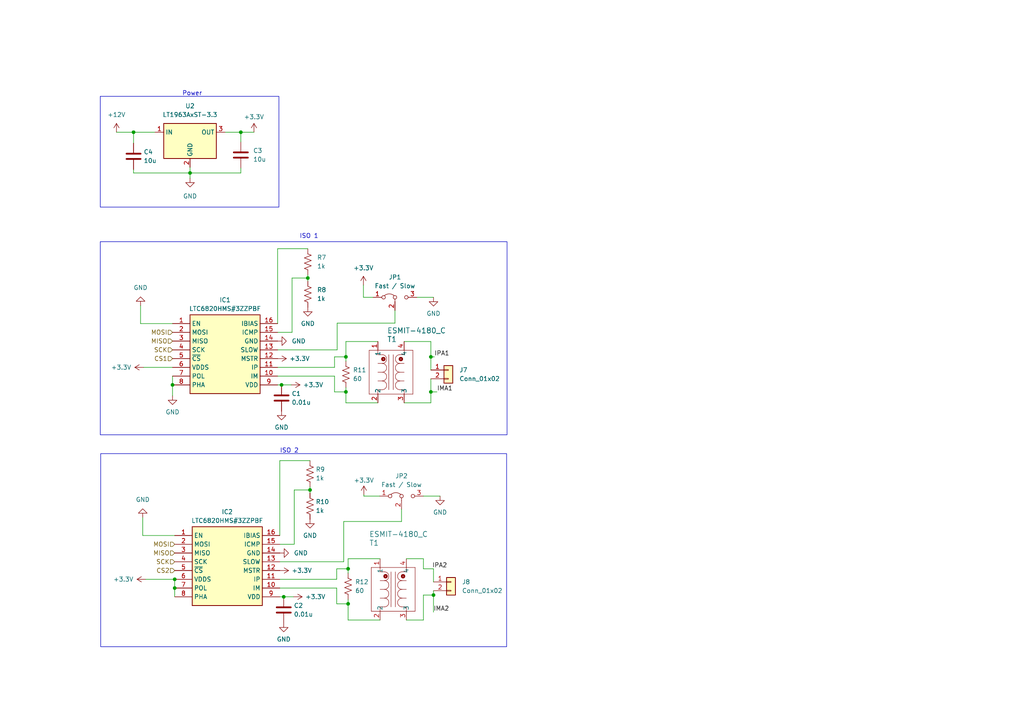
<source format=kicad_sch>
(kicad_sch (version 20230121) (generator eeschema)
  (paper "A4")
  (lib_symbols
    (symbol "AERO:LTC6820HMS#3ZZPBF"
      (property "Reference" "IC" (at 26.67 7.62 0))
      (property "Value" "LTC6820HMS#3ZZPBF" (at 26.67 5.08 0))
      (symbol "LTC6820HMS#3ZZPBF_1_1"
        (rectangle (start 5.08 2.54) (end 25.4 -20.32) (stroke (width 0.254)) (fill (type background)))
        (pin passive line (at 0 0 0) (length 5.08) (name "EN") (number "1"))
        (pin passive line (at 30.48 -15.24 180) (length 5.08) (name "IM") (number "10"))
        (pin passive line (at 30.48 -12.7 180) (length 5.08) (name "IP") (number "11"))
        (pin passive line (at 30.48 -10.16 180) (length 5.08) (name "MSTR") (number "12"))
        (pin passive line (at 30.48 -7.62 180) (length 5.08) (name "SLOW") (number "13"))
        (pin passive line (at 30.48 -5.08 180) (length 5.08) (name "GND") (number "14"))
        (pin passive line (at 30.48 -2.54 180) (length 5.08) (name "ICMP") (number "15"))
        (pin passive line (at 30.48 0 180) (length 5.08) (name "IBIAS") (number "16"))
        (pin passive line (at 0 -2.54 0) (length 5.08) (name "MOSI") (number "2"))
        (pin passive line (at 0 -5.08 0) (length 5.08) (name "MISO") (number "3"))
        (pin passive line (at 0 -7.62 0) (length 5.08) (name "SCK") (number "4"))
        (pin passive line (at 0 -10.16 0) (length 5.08) (name "~{CS}") (number "5"))
        (pin passive line (at 0 -12.7 0) (length 5.08) (name "VDDS") (number "6"))
        (pin passive line (at 0 -15.24 0) (length 5.08) (name "POL") (number "7"))
        (pin passive line (at 0 -17.78 0) (length 5.08) (name "PHA") (number "8"))
        (pin passive line (at 30.48 -17.78 180) (length 5.08) (name "VDD") (number "9"))
      )
    )
    (symbol "Connector_Generic:Conn_01x02" (pin_names (offset 1.016) hide)
      (property "Reference" "J" (at 0 2.54 0))
      (property "Value" "Conn_01x02" (at 0 -5.08 0))
      (symbol "Conn_01x02_1_1"
        (rectangle (start -1.27 -2.413) (end 0 -2.667) (stroke (width 0.1524)))
        (rectangle (start -1.27 0.127) (end 0 -0.127) (stroke (width 0.1524)))
        (rectangle (start -1.27 1.27) (end 1.27 -3.81) (stroke (width 0.254)) (fill (type background)))
        (pin passive line (at -5.08 0 0) (length 3.81) (name "Pin_1") (number "1"))
        (pin passive line (at -5.08 -2.54 0) (length 3.81) (name "Pin_2") (number "2"))
      )
    )
    (symbol "Device:C" (pin_numbers hide) (pin_names (offset 0.254))
      (property "Reference" "C" (at 0.635 2.54 0))
      (property "Value" "C" (at 0.635 -2.54 0))
      (symbol "C_0_1"
        (polyline (pts (xy -2.032 -0.762) (xy 2.032 -0.762)) (stroke (width 0.508)))
        (polyline (pts (xy -2.032 0.762) (xy 2.032 0.762)) (stroke (width 0.508)))
      )
      (symbol "C_1_1"
        (pin passive line (at 0 3.81 270) (length 2.794) (name "~") (number "1"))
        (pin passive line (at 0 -3.81 90) (length 2.794) (name "~") (number "2"))
      )
    )
    (symbol "Device:R_US" (pin_numbers hide) (pin_names (offset 0))
      (property "Reference" "R" (at 2.54 0 90))
      (property "Value" "R_US" (at -2.54 0 90))
      (symbol "R_US_0_1"
        (polyline (pts (xy 0 -2.286) (xy 0 -2.54)))
        (polyline (pts (xy 0 2.286) (xy 0 2.54)))
        (polyline (pts (xy 0 -0.762) (xy 1.016 -1.143) (xy 0 -1.524) (xy -1.016 -1.905) (xy 0 -2.286)))
        (polyline (pts (xy 0 0.762) (xy 1.016 0.381) (xy 0 0) (xy -1.016 -0.381) (xy 0 -0.762)))
        (polyline (pts (xy 0 2.286) (xy 1.016 1.905) (xy 0 1.524) (xy -1.016 1.143) (xy 0 0.762)))
      )
      (symbol "R_US_1_1"
        (pin passive line (at 0 3.81 270) (length 1.27) (name "~") (number "1"))
        (pin passive line (at 0 -3.81 90) (length 1.27) (name "~") (number "2"))
      )
    )
    (symbol "Jumper:Jumper_3_Bridged12" (pin_names (offset 0) hide)
      (property "Reference" "JP" (at -2.54 -2.54 0))
      (property "Value" "Jumper_3_Bridged12" (at 0 2.794 0))
      (symbol "Jumper_3_Bridged12_0_0"
        (circle (center -3.302 0) (radius 0.508))
        (circle (center 0 0) (radius 0.508))
        (circle (center 3.302 0) (radius 0.508))
      )
      (symbol "Jumper_3_Bridged12_0_1"
        (arc (start -0.254 0.508) (mid -1.651 0.9912) (end -3.048 0.508))
        (polyline (pts (xy 0 -1.27) (xy 0 -0.508)))
      )
      (symbol "Jumper_3_Bridged12_1_1"
        (pin passive line (at -6.35 0 0) (length 2.54) (name "A") (number "1"))
        (pin passive line (at 0 -3.81 90) (length 2.54) (name "C") (number "2"))
        (pin passive line (at 6.35 0 180) (length 2.54) (name "B") (number "3"))
      )
    )
    (symbol "Regulator_Linear:LT1963AxST-3.3"
      (property "Reference" "U" (at -7.62 6.35 0))
      (property "Value" "LT1963AxST-3.3" (at -1.27 6.35 0))
      (symbol "LT1963AxST-3.3_0_1"
        (rectangle (start -7.62 5.08) (end 7.62 -5.08) (stroke (width 0.254)) (fill (type background)))
      )
      (symbol "LT1963AxST-3.3_1_1"
        (pin power_in line (at -10.16 2.54 0) (length 2.54) (name "IN") (number "1"))
        (pin power_in line (at 0 -7.62 90) (length 2.54) (name "GND") (number "2"))
        (pin power_out line (at 10.16 2.54 180) (length 2.54) (name "OUT") (number "3"))
      )
    )
    (symbol "esmit:ESMIT-4180_C" (pin_names (offset 0.254))
      (property "Reference" "T" (at 10.16 5.08 0))
      (property "Value" "ESMIT-4180/C" (at 10.16 -12.7 0))
      (symbol "ESMIT-4180_C_0_1"
        (polyline (pts (xy 2.54 -10.16) (xy 15.24 -10.16)) (stroke (width 0.127)))
        (polyline (pts (xy 2.54 0) (xy 3.81 0)) (stroke (width 0.127)))
        (polyline (pts (xy 2.54 2.54) (xy 2.54 -10.16)) (stroke (width 0.127)))
        (polyline (pts (xy 3.81 -7.62) (xy 2.54 -7.62)) (stroke (width 0.127)))
        (polyline (pts (xy 3.81 -7.62) (xy 3.81 -6.35)) (stroke (width 0.127)))
        (polyline (pts (xy 3.81 -4.445) (xy 13.97 -4.445)) (stroke (width 0.127)))
        (polyline (pts (xy 3.81 -3.175) (xy 13.97 -3.175)) (stroke (width 0.127)))
        (polyline (pts (xy 3.81 0) (xy 3.81 -1.27)) (stroke (width 0.127)))
        (polyline (pts (xy 6.35 -7.62) (xy 6.35 -6.35)) (stroke (width 0.127)))
        (polyline (pts (xy 6.35 0) (xy 6.35 -1.27)) (stroke (width 0.127)))
        (polyline (pts (xy 8.89 -7.62) (xy 8.89 -6.35)) (stroke (width 0.127)))
        (polyline (pts (xy 8.89 0) (xy 8.89 -1.27)) (stroke (width 0.127)))
        (polyline (pts (xy 11.43 -7.62) (xy 11.43 -6.35)) (stroke (width 0.127)))
        (polyline (pts (xy 11.43 0) (xy 11.43 -1.27)) (stroke (width 0.127)))
        (polyline (pts (xy 13.97 -7.62) (xy 13.97 -6.35)) (stroke (width 0.127)))
        (polyline (pts (xy 13.97 0) (xy 13.97 -1.27)) (stroke (width 0.127)))
        (polyline (pts (xy 13.97 0) (xy 15.24 0)) (stroke (width 0.127)))
        (polyline (pts (xy 15.24 -10.16) (xy 15.24 2.54)) (stroke (width 0.127)))
        (polyline (pts (xy 15.24 -7.62) (xy 13.97 -7.62)) (stroke (width 0.127)))
        (polyline (pts (xy 15.24 2.54) (xy 2.54 2.54)) (stroke (width 0.127)))
        (arc (start 3.81 -1.27) (mid 5.08 -2.5345) (end 6.35 -1.27) (stroke (width 0.127)))
        (circle (center 5.08 -6.6675) (radius 0.127) (stroke (width 0.508)))
        (circle (center 5.08 -1.5875) (radius 0.127) (stroke (width 0.508)))
        (arc (start 6.35 -6.35) (mid 5.08 -5.0855) (end 3.81 -6.35) (stroke (width 0.127)))
        (arc (start 6.35 -1.27) (mid 7.62 -2.5345) (end 8.89 -1.27) (stroke (width 0.127)))
        (arc (start 8.89 -6.35) (mid 7.62 -5.0855) (end 6.35 -6.35) (stroke (width 0.127)))
        (arc (start 8.89 -1.27) (mid 10.16 -2.5345) (end 11.43 -1.27) (stroke (width 0.127)))
        (arc (start 11.43 -6.35) (mid 10.16 -5.0855) (end 8.89 -6.35) (stroke (width 0.127)))
        (arc (start 11.43 -1.27) (mid 12.7 -2.5345) (end 13.97 -1.27) (stroke (width 0.127)))
        (arc (start 13.97 -6.35) (mid 12.7 -5.0855) (end 11.43 -6.35) (stroke (width 0.127)))
        (pin unspecified line (at 0 0 0) (length 2.54) (name "1") (number "1"))
        (pin unspecified line (at 17.78 0 180) (length 2.54) (name "2") (number "2"))
        (pin unspecified line (at 17.78 -7.62 180) (length 2.54) (name "3") (number "3"))
        (pin unspecified line (at 0 -7.62 0) (length 2.54) (name "4") (number "4"))
      )
    )
    (symbol "power:+12V" (power) (pin_names (offset 0))
      (property "Value" "+12V" (at 0 3.556 0))
      (symbol "+12V_0_1"
        (polyline (pts (xy -0.762 1.27) (xy 0 2.54)))
        (polyline (pts (xy 0 0) (xy 0 2.54)))
        (polyline (pts (xy 0 2.54) (xy 0.762 1.27)))
      )
      (symbol "+12V_1_1"
        (pin power_in line (at 0 0 90) (length 0) hide (name "+12V") (number "1"))
      )
    )
    (symbol "power:+3.3V" (power) (pin_names (offset 0))
      (property "Value" "+3.3V" (at 0 3.556 0))
      (symbol "+3.3V_0_1"
        (polyline (pts (xy -0.762 1.27) (xy 0 2.54)))
        (polyline (pts (xy 0 0) (xy 0 2.54)))
        (polyline (pts (xy 0 2.54) (xy 0.762 1.27)))
      )
      (symbol "+3.3V_1_1"
        (pin power_in line (at 0 0 90) (length 0) hide (name "+3.3V") (number "1"))
      )
    )
    (symbol "power:GND" (power) (pin_names (offset 0))
      (property "Value" "GND" (at 0 -3.81 0))
      (symbol "GND_0_1"
        (polyline (pts (xy 0 0) (xy 0 -1.27) (xy 1.27 -1.27) (xy 0 -2.54) (xy -1.27 -1.27) (xy 0 -1.27)))
      )
      (symbol "GND_1_1"
        (pin power_in line (at 0 0 270) (length 0) hide (name "GND") (number "1"))
      )
    )
  )
  (junction (at 50.673 168.021))
  (junction (at 100.33 113.665))
  (junction (at 125.73 172.593))
  (junction (at 55.118 50.165))
  (junction (at 38.735 38.354))
  (junction (at 50.038 111.633))
  (junction (at 100.965 175.133))
  (junction (at 124.968 103.505))
  (junction (at 100.33 103.505))
  (junction (at 100.965 164.973))
  (junction (at 50.673 170.561))
  (junction (at 69.85 38.354))
  (junction (at 82.296 173.101))
  (junction (at 89.281 80.645))
  (junction (at 89.916 142.113))
  (junction (at 81.661 111.633))
  (junction (at 124.968 113.665))
  (wire (pts (xy 65.278 38.354) (xy 69.85 38.354)))
  (wire (pts (xy 100.33 99.06) (xy 100.33 103.505)))
  (wire (pts (xy 42.291 168.021) (xy 50.673 168.021)))
  (wire (pts (xy 80.518 101.473) (xy 97.79 101.473)))
  (wire (pts (xy 97.663 175.133) (xy 97.663 170.561)))
  (wire (pts (xy 109.601 116.84) (xy 100.33 116.84)))
  (wire (pts (xy 89.281 81.534) (xy 89.281 80.645)))
  (wire (pts (xy 125.73 172.593) (xy 125.73 177.546)))
  (wire (pts (xy 100.33 113.665) (xy 100.33 116.84)))
  (wire (pts (xy 100.965 175.133) (xy 100.965 179.832)))
  (wire (pts (xy 117.221 116.84) (xy 124.968 116.84)))
  (wire (pts (xy 38.735 38.354) (xy 38.735 41.529)))
  (wire (pts (xy 50.038 114.808) (xy 50.038 111.633)))
  (wire (pts (xy 117.221 99.06) (xy 124.968 99.06)))
  (wire (pts (xy 124.968 103.505) (xy 124.968 107.315)))
  (wire (pts (xy 85.344 157.861) (xy 85.344 142.113)))
  (wire (pts (xy 100.33 103.505) (xy 100.33 104.775)))
  (wire (pts (xy 122.809 164.973) (xy 122.809 162.052)))
  (wire (pts (xy 80.518 96.393) (xy 84.709 96.393)))
  (wire (pts (xy 69.85 48.768) (xy 69.85 50.165)))
  (wire (pts (xy 97.028 103.505) (xy 100.33 103.505)))
  (wire (pts (xy 105.537 143.891) (xy 105.537 143.51)))
  (wire (pts (xy 99.695 151.257) (xy 99.695 162.941)))
  (wire (pts (xy 109.601 99.06) (xy 100.33 99.06)))
  (wire (pts (xy 82.296 173.101) (xy 85.09 173.101)))
  (wire (pts (xy 125.73 168.783) (xy 125.73 164.973)))
  (wire (pts (xy 80.518 111.633) (xy 81.661 111.633)))
  (wire (pts (xy 97.79 93.726) (xy 97.79 101.473)))
  (wire (pts (xy 116.459 151.257) (xy 99.695 151.257)))
  (wire (pts (xy 105.41 82.677) (xy 105.41 86.233)))
  (wire (pts (xy 105.41 86.233) (xy 108.204 86.233)))
  (wire (pts (xy 84.709 96.393) (xy 84.709 80.645)))
  (wire (pts (xy 69.85 38.354) (xy 69.85 41.148)))
  (wire (pts (xy 122.809 164.973) (xy 125.73 164.973)))
  (wire (pts (xy 81.153 157.861) (xy 85.344 157.861)))
  (wire (pts (xy 44.958 38.354) (xy 38.735 38.354)))
  (wire (pts (xy 124.968 103.505) (xy 125.984 103.505)))
  (wire (pts (xy 81.153 173.101) (xy 82.296 173.101)))
  (wire (pts (xy 110.109 143.891) (xy 105.537 143.891)))
  (wire (pts (xy 97.663 175.133) (xy 100.965 175.133)))
  (wire (pts (xy 99.695 162.941) (xy 81.153 162.941)))
  (wire (pts (xy 50.673 170.561) (xy 50.673 168.021)))
  (wire (pts (xy 40.767 93.853) (xy 50.038 93.853)))
  (wire (pts (xy 124.968 113.665) (xy 124.968 116.84)))
  (wire (pts (xy 97.663 164.973) (xy 100.965 164.973)))
  (wire (pts (xy 124.968 113.665) (xy 126.746 113.665)))
  (wire (pts (xy 116.459 151.257) (xy 116.459 147.701)))
  (wire (pts (xy 55.118 51.689) (xy 55.118 50.165)))
  (wire (pts (xy 84.709 80.645) (xy 89.281 80.645)))
  (wire (pts (xy 80.518 72.136) (xy 89.281 72.136)))
  (wire (pts (xy 124.968 109.855) (xy 124.968 113.665)))
  (wire (pts (xy 122.809 162.052) (xy 117.856 162.052)))
  (wire (pts (xy 50.038 109.093) (xy 50.038 111.633)))
  (wire (pts (xy 110.236 162.052) (xy 100.965 162.052)))
  (wire (pts (xy 50.673 173.101) (xy 50.673 170.561)))
  (wire (pts (xy 89.916 142.113) (xy 89.916 141.224)))
  (wire (pts (xy 97.028 103.505) (xy 97.028 106.553)))
  (wire (pts (xy 122.809 179.832) (xy 117.856 179.832)))
  (wire (pts (xy 81.661 111.633) (xy 84.455 111.633)))
  (wire (pts (xy 97.663 164.973) (xy 97.663 168.021)))
  (wire (pts (xy 40.767 88.646) (xy 40.767 93.853)))
  (wire (pts (xy 89.916 143.002) (xy 89.916 142.113)))
  (wire (pts (xy 114.554 93.726) (xy 97.79 93.726)))
  (wire (pts (xy 100.965 162.052) (xy 100.965 164.973)))
  (wire (pts (xy 100.965 166.243) (xy 100.965 164.973)))
  (wire (pts (xy 55.118 50.165) (xy 55.118 48.514)))
  (wire (pts (xy 97.028 106.553) (xy 80.518 106.553)))
  (wire (pts (xy 85.344 142.113) (xy 89.916 142.113)))
  (wire (pts (xy 38.735 49.149) (xy 38.735 50.165)))
  (wire (pts (xy 81.153 155.321) (xy 81.153 133.604)))
  (wire (pts (xy 80.518 93.853) (xy 80.518 72.136)))
  (wire (pts (xy 41.402 155.321) (xy 50.673 155.321)))
  (wire (pts (xy 100.33 112.395) (xy 100.33 113.665)))
  (wire (pts (xy 97.028 113.665) (xy 97.028 109.093)))
  (wire (pts (xy 124.968 99.06) (xy 124.968 103.505)))
  (wire (pts (xy 97.663 168.021) (xy 81.153 168.021)))
  (wire (pts (xy 97.028 109.093) (xy 80.518 109.093)))
  (wire (pts (xy 125.73 86.233) (xy 120.904 86.233)))
  (wire (pts (xy 125.73 171.323) (xy 125.73 172.593)))
  (wire (pts (xy 38.735 50.165) (xy 55.118 50.165)))
  (wire (pts (xy 89.281 80.645) (xy 89.281 79.756)))
  (wire (pts (xy 41.656 106.553) (xy 50.038 106.553)))
  (wire (pts (xy 69.85 50.165) (xy 55.118 50.165)))
  (wire (pts (xy 97.663 170.561) (xy 81.153 170.561)))
  (wire (pts (xy 41.402 150.114) (xy 41.402 155.321)))
  (wire (pts (xy 110.236 179.832) (xy 100.965 179.832)))
  (wire (pts (xy 73.66 38.354) (xy 69.85 38.354)))
  (wire (pts (xy 81.153 133.604) (xy 89.916 133.604)))
  (wire (pts (xy 122.809 172.593) (xy 122.809 179.832)))
  (wire (pts (xy 100.965 173.863) (xy 100.965 175.133)))
  (wire (pts (xy 114.554 93.726) (xy 114.554 90.043)))
  (wire (pts (xy 97.028 113.665) (xy 100.33 113.665)))
  (wire (pts (xy 122.809 172.593) (xy 125.73 172.593)))
  (wire (pts (xy 33.782 38.354) (xy 38.735 38.354)))
  (wire (pts (xy 127.635 143.891) (xy 122.809 143.891)))
  (rectangle (start 29.083 27.94) (end 80.899 60.071))
  (rectangle (start 29.21 131.572) (end 146.939 187.579))
  (rectangle (start 29.083 70.104) (end 147.066 126.111))
  (text "ISO 1" (at 86.868 69.342 0) (effects (font (size 1.27 1.27)) (justify left bottom)))
  (text "Power" (at 52.832 27.94 0) (effects (font (size 1.27 1.27)) (justify left bottom)))
  (text "ISO 2" (at 81.153 131.572 0) (effects (font (size 1.27 1.27)) (justify left bottom)))
  (label "IPA1" (at 125.984 103.505 0))
  (label "IMA1" (at 126.746 113.665 0))
  (label "IPA2" (at 125.349 164.973 0))
  (label "IMA2" (at 125.73 177.546 0))
  (hierarchical_label "MOSI" (shape input) (at 50.673 157.861 180))
  (hierarchical_label "MOSI" (shape input) (at 50.038 96.393 180))
  (hierarchical_label "SCK" (shape input) (at 50.038 101.473 180))
  (hierarchical_label "SCK" (shape input) (at 50.673 162.941 180))
  (hierarchical_label "MISO" (shape input) (at 50.038 98.933 180))
  (hierarchical_label "CS2" (shape input) (at 50.673 165.481 180))
  (hierarchical_label "CS1" (shape input) (at 50.038 104.013 180))
  (hierarchical_label "MISO" (shape input) (at 50.673 160.401 180))
  (symbol (lib_id "power:GND") (at 81.661 119.253 0) (unit 1)
    (property "Reference" "#PWR019" (effects hide))
    (property "Value" "GND" (at 81.661 123.952 0))
    (instances (project "PAC-man reed" (path "" (reference "#PWR019") (unit 1))) (project "PACman LV" (path "" (reference "#PWR024") (unit 1))))
  )
  (symbol (lib_id "Device:R_US") (at 100.33 108.585 0) (unit 1)
    (property "Reference" "R11" (at 102.362 107.315 0) (effects (justify left)))
    (property "Value" "60" (at 102.362 109.855 0) (effects (justify left)))
    (property "Footprint" "Resistor_SMD:R_0603_1608Metric_Pad0.98x0.95mm_HandSolder" (effects hide))
    (instances (project "PAC-man reed" (path "" (reference "R11") (unit 1))) (project "PACman LV" (path "" (reference "R10") (unit 1))))
  )
  (symbol (lib_id "Connector_Generic:Conn_01x02") (at 130.048 107.315 0) (unit 1)
    (property "Reference" "J7" (at 133.223 107.315 0) (effects (justify left)))
    (property "Value" "Conn_01x02" (at 133.223 109.855 0) (effects (justify left)))
    (property "Footprint" "Connector_JST:JST_XH_B2B-XH-AM_1x02_P2.50mm_Vertical" (effects hide))
  )
  (symbol (lib_id "power:+3.3V") (at 41.656 106.553 90) (unit 1)
    (property "Reference" "#PWR013" (effects hide))
    (property "Value" "+3.3V" (at 38.1 106.553 90) (effects (justify left)))
    (instances (project "PAC-man reed" (path "" (reference "#PWR013") (unit 1))) (project "PACman LV" (path "" (reference "#PWR020") (unit 1))))
  )
  (symbol (lib_id "AERO:LTC6820HMS#3ZZPBF") (at 50.038 93.853 0) (unit 1)
    (property "Reference" "IC1" (at 65.278 86.995 0))
    (property "Value" "LTC6820HMS#3ZZPBF" (at 65.278 89.535 0))
    (property "Footprint" "AERO_Footprints:SOP50P490X110-16N" (effects hide))
    (property "Datasheet" "https://www.analog.com/media/en/technical-documentation/data-sheets/LTC6820.pdf" (effects hide))
    (property "Height" "1.1" (effects hide))
    (property "Manufacturer_Name" "Analog Devices" (effects hide))
    (property "Manufacturer_Part_Number" "LTC6820HMS#3ZZPBF" (effects hide))
    (property "Mouser Part Number" "584-6820HMS#3ZZPB" (effects hide))
    (property "Mouser Price/Stock" "https://www.mouser.co.uk/ProductDetail/Analog-Devices/LTC6820HMS3ZZPBF?qs=byeeYqUIh0PVRI5fl%252BKPig%3D%3D" (effects hide))
    (property "Arrow Part Number" "LTC6820HMS#3ZZPBF" (effects hide))
    (property "Arrow Price/Stock" "https://www.arrow.com/en/products/ltc6820hms3zzpbf/analog-devices?region=europe" (effects hide))
    (instances (project "PAC-man reed" (path "" (reference "IC1") (unit 1))) (project "PACman LV" (path "" (reference "IC1") (unit 1)) (path "" (reference "IC3") (unit 1))))
  )
  (symbol (lib_id "Device:C") (at 81.661 115.443 0) (unit 1)
    (property "Reference" "C1" (at 84.582 114.173 0) (effects (justify left)))
    (property "Value" "0.01u" (at 84.582 116.713 0) (effects (justify left)))
    (property "Footprint" "Capacitor_SMD:C_0603_1608Metric_Pad1.08x0.95mm_HandSolder" (effects hide))
    (instances (project "PAC-man reed" (path "" (reference "C1") (unit 1))) (project "PACman LV" (path "" (reference "C2") (unit 1))))
  )
  (symbol (lib_id "power:+3.3V") (at 81.153 165.481 270) (unit 1)
    (property "Reference" "#PWR021" (effects hide))
    (property "Value" "+3.3V" (at 84.582 165.481 90) (effects (justify left)))
    (instances (project "PAC-man reed" (path "" (reference "#PWR021") (unit 1))) (project "PACman LV" (path "" (reference "#PWR016") (unit 1))))
  )
  (symbol (lib_id "power:GND") (at 55.118 51.689 0) (unit 1)
    (property "Reference" "#PWR032" (effects hide))
    (property "Value" "GND" (at 55.118 56.896 0))
  )
  (symbol (lib_id "power:GND") (at 80.518 98.933 90) (unit 1)
    (property "Reference" "#PWR017" (effects hide))
    (property "Value" "GND" (at 84.582 98.933 90) (effects (justify right)))
    (instances (project "PAC-man reed" (path "" (reference "#PWR017") (unit 1))) (project "PACman LV" (path "" (reference "#PWR022") (unit 1))))
  )
  (symbol (lib_id "Connector_Generic:Conn_01x02") (at 130.81 168.783 0) (unit 1)
    (property "Reference" "J8" (at 133.985 168.783 0) (effects (justify left)))
    (property "Value" "Conn_01x02" (at 133.985 171.323 0) (effects (justify left)))
    (property "Footprint" "Connector_JST:JST_XH_B2B-XH-AM_1x02_P2.50mm_Vertical" (effects hide))
  )
  (symbol (lib_id "power:GND") (at 41.402 150.114 180) (unit 1)
    (property "Reference" "#PWR014" (effects hide))
    (property "Value" "GND" (at 41.402 144.907 0))
    (instances (project "PAC-man reed" (path "" (reference "#PWR014") (unit 1))) (project "PACman LV" (path "" (reference "#PWR011") (unit 1))))
  )
  (symbol (lib_id "Device:R_US") (at 89.916 146.812 0) (unit 1)
    (property "Reference" "R10" (at 91.567 145.542 0) (effects (justify left)))
    (property "Value" "1k" (at 91.567 148.082 0) (effects (justify left)))
    (property "Footprint" "Resistor_SMD:R_0603_1608Metric_Pad0.98x0.95mm_HandSolder" (effects hide))
    (instances (project "PAC-man reed" (path "" (reference "R10") (unit 1))) (project "PACman LV" (path "" (reference "R7") (unit 1))))
  )
  (symbol (lib_id "power:GND") (at 89.281 89.154 0) (unit 1)
    (property "Reference" "#PWR025" (effects hide))
    (property "Value" "GND" (at 89.281 93.853 0))
    (instances (project "PAC-man reed" (path "" (reference "#PWR025") (unit 1))) (project "PACman LV" (path "" (reference "#PWR026") (unit 1))))
  )
  (symbol (lib_id "power:+12V") (at 33.782 38.354 0) (unit 1)
    (property "Reference" "#PWR03" (effects hide))
    (property "Value" "+12V" (at 33.782 33.274 0))
    (instances (project "PAC-man reed" (path "" (reference "#PWR03") (unit 1)) (path "" (reference "#PWR034") (unit 1))) (project "pacman" (path "" (reference "#PWR0102") (unit 1))) (project "PACman LV" (path "" (reference "#PWR02") (unit 1))))
  )
  (symbol (lib_id "Device:R_US") (at 89.281 85.344 0) (unit 1)
    (property "Reference" "R8" (at 91.948 84.074 0) (effects (justify left)))
    (property "Value" "1k" (at 91.948 86.614 0) (effects (justify left)))
    (property "Footprint" "Resistor_SMD:R_0603_1608Metric_Pad0.98x0.95mm_HandSolder" (effects hide))
    (instances (project "PAC-man reed" (path "" (reference "R8") (unit 1))) (project "PACman LV" (path "" (reference "R9") (unit 1))))
  )
  (symbol (lib_id "Device:C") (at 69.85 44.958 0) (unit 1)
    (property "Reference" "C3" (at 73.406 43.688 0) (effects (justify left)))
    (property "Value" "10u" (at 73.406 46.228 0) (effects (justify left)))
    (property "Footprint" "Capacitor_SMD:C_0603_1608Metric_Pad1.08x0.95mm_HandSolder" (effects hide))
  )
  (symbol (lib_id "Regulator_Linear:LT1963AxST-3.3") (at 55.118 40.894 0) (unit 1)
    (property "Reference" "U2" (at 55.118 30.734 0))
    (property "Value" "LT1963AxST-3.3" (at 55.118 33.274 0))
    (property "Footprint" "Package_TO_SOT_SMD:SOT-223-3_TabPin2" (effects hide))
    (property "Datasheet" "https://www.analog.com/media/en/technical-documentation/data-sheets/1963aff.pdf" (effects hide))
  )
  (symbol (lib_id "Device:R_US") (at 89.916 137.414 0) (unit 1)
    (property "Reference" "R9" (at 91.567 136.144 0) (effects (justify left)))
    (property "Value" "1k" (at 91.567 138.684 0) (effects (justify left)))
    (property "Footprint" "Resistor_SMD:R_0603_1608Metric_Pad0.98x0.95mm_HandSolder" (effects hide))
    (instances (project "PAC-man reed" (path "" (reference "R9") (unit 1))) (project "PACman LV" (path "" (reference "R6") (unit 1))))
  )
  (symbol (lib_id "power:GND") (at 127.635 143.891 0) (unit 1)
    (property "Reference" "#PWR030" (effects hide))
    (property "Value" "GND" (at 127.635 148.59 0))
    (instances (project "PAC-man reed" (path "" (reference "#PWR030") (unit 1))) (project "PACman LV" (path "" (reference "#PWR010") (unit 1))))
  )
  (symbol (lib_id "power:+3.3V") (at 84.455 111.633 270) (unit 1)
    (property "Reference" "#PWR022" (effects hide))
    (property "Value" "+3.3V" (at 87.884 111.633 90) (effects (justify left)))
    (instances (project "PAC-man reed" (path "" (reference "#PWR022") (unit 1))) (project "PACman LV" (path "" (reference "#PWR025") (unit 1))))
  )
  (symbol (lib_id "power:+3.3V") (at 73.66 38.354 0) (unit 1)
    (property "Reference" "#PWR033" (effects hide))
    (property "Value" "+3.3V" (at 73.66 33.909 0))
    (instances (project "PAC-man reed" (path "" (reference "#PWR033") (unit 1))) (project "PACman LV" (path "" (reference "#PWR020") (unit 1))))
  )
  (symbol (lib_id "esmit:ESMIT-4180_C") (at 110.236 162.052 90) (mirror x) (unit 1)
    (property "Reference" "T1" (at 107.061 157.48 90) (effects (font (size 1.524 1.524)) (justify right)))
    (property "Value" "ESMIT-4180_C" (at 107.061 154.94 90) (effects (font (size 1.524 1.524)) (justify right)))
    (property "Footprint" "AERO_Footprints:SOIC4_CBM4D19_SUM" (effects hide))
    (property "Datasheet" "ESMIT-4180/C" (effects hide))
    (instances (project "BMS1" (path "" (reference "T1") (unit 1))) (project "PAC-man reed" (path "" (reference "T2") (unit 1))))
  )
  (symbol (lib_id "power:+3.3V") (at 85.09 173.101 270) (unit 1)
    (property "Reference" "#PWR024" (effects hide))
    (property "Value" "+3.3V" (at 88.519 173.101 90) (effects (justify left)))
    (instances (project "PAC-man reed" (path "" (reference "#PWR024") (unit 1))) (project "PACman LV" (path "" (reference "#PWR014") (unit 1))))
  )
  (symbol (lib_id "power:+3.3V") (at 105.537 143.51 0) (unit 1)
    (property "Reference" "#PWR028" (effects hide))
    (property "Value" "+3.3V" (at 105.537 139.319 0))
    (instances (project "PAC-man reed" (path "" (reference "#PWR028") (unit 1))) (project "PACman LV" (path "" (reference "#PWR013") (unit 1))))
  )
  (symbol (lib_id "power:GND") (at 89.916 150.622 0) (unit 1)
    (property "Reference" "#PWR026" (effects hide))
    (property "Value" "GND" (at 89.916 155.321 0))
    (instances (project "PAC-man reed" (path "" (reference "#PWR026") (unit 1))) (project "PACman LV" (path "" (reference "#PWR018") (unit 1))))
  )
  (symbol (lib_id "Device:C") (at 82.296 176.911 0) (unit 1)
    (property "Reference" "C2" (at 85.217 175.641 0) (effects (justify left)))
    (property "Value" "0.01u" (at 85.217 178.181 0) (effects (justify left)))
    (property "Footprint" "Capacitor_SMD:C_0603_1608Metric_Pad1.08x0.95mm_HandSolder" (effects hide))
    (instances (project "PAC-man reed" (path "" (reference "C2") (unit 1))) (project "PACman LV" (path "" (reference "C1") (unit 1))))
  )
  (symbol (lib_id "power:GND") (at 125.73 86.233 0) (unit 1)
    (property "Reference" "#PWR029" (effects hide))
    (property "Value" "GND" (at 125.73 90.932 0))
    (instances (project "PAC-man reed" (path "" (reference "#PWR029") (unit 1))) (project "PACman LV" (path "" (reference "#PWR028") (unit 1))))
  )
  (symbol (lib_id "power:GND") (at 82.296 180.721 0) (unit 1)
    (property "Reference" "#PWR023" (effects hide))
    (property "Value" "GND" (at 82.296 185.42 0))
    (instances (project "PAC-man reed" (path "" (reference "#PWR023") (unit 1))) (project "PACman LV" (path "" (reference "#PWR015") (unit 1))))
  )
  (symbol (lib_id "Device:C") (at 38.735 45.339 0) (unit 1)
    (property "Reference" "C4" (at 41.656 44.069 0) (effects (justify left)))
    (property "Value" "10u" (at 41.656 46.609 0) (effects (justify left)))
    (property "Footprint" "Capacitor_SMD:C_0603_1608Metric_Pad1.08x0.95mm_HandSolder" (effects hide))
  )
  (symbol (lib_id "power:GND") (at 40.767 88.646 180) (unit 1)
    (property "Reference" "#PWR012" (effects hide))
    (property "Value" "GND" (at 40.767 83.439 0))
    (instances (project "PAC-man reed" (path "" (reference "#PWR012") (unit 1))) (project "PACman LV" (path "" (reference "#PWR019") (unit 1))))
  )
  (symbol (lib_id "power:GND") (at 50.038 114.808 0) (unit 1)
    (property "Reference" "#PWR016" (effects hide))
    (property "Value" "GND" (at 50.038 119.507 0))
    (instances (project "PAC-man reed" (path "" (reference "#PWR016") (unit 1))) (project "PACman LV" (path "" (reference "#PWR021") (unit 1))))
  )
  (symbol (lib_id "power:+3.3V") (at 42.291 168.021 90) (unit 1)
    (property "Reference" "#PWR015" (effects hide))
    (property "Value" "+3.3V" (at 38.735 168.021 90) (effects (justify left)))
    (instances (project "PAC-man reed" (path "" (reference "#PWR015") (unit 1))) (project "PACman LV" (path "" (reference "#PWR012") (unit 1))))
  )
  (symbol (lib_id "Jumper:Jumper_3_Bridged12") (at 114.554 86.233 0) (unit 1)
    (property "Reference" "JP1" (at 114.554 80.391 0))
    (property "Value" "Fast / Slow" (at 114.554 82.931 0))
    (property "Footprint" "Jumper:SolderJumper-3_P1.3mm_Bridged2Bar12_RoundedPad1.0x1.5mm_NumberLabels" (effects hide))
    (instances (project "PAC-man reed" (path "" (reference "JP1") (unit 1))) (project "PACman LV" (path "" (reference "JP2") (unit 1))))
  )
  (symbol (lib_id "esmit:ESMIT-4180_C") (at 109.601 99.06 90) (mirror x) (unit 1)
    (property "Reference" "T1" (at 112.268 98.425 90) (effects (font (size 1.524 1.524)) (justify right)))
    (property "Value" "ESMIT-4180_C" (at 112.268 95.885 90) (effects (font (size 1.524 1.524)) (justify right)))
    (property "Footprint" "AERO_Footprints:SOIC4_CBM4D19_SUM" (effects hide))
    (property "Datasheet" "ESMIT-4180/C" (effects hide))
  )
  (symbol (lib_id "Device:R_US") (at 89.281 75.946 0) (unit 1)
    (property "Reference" "R7" (at 91.948 74.676 0) (effects (justify left)))
    (property "Value" "1k" (at 91.948 77.216 0) (effects (justify left)))
    (property "Footprint" "Resistor_SMD:R_0603_1608Metric_Pad0.98x0.95mm_HandSolder" (effects hide))
    (instances (project "PAC-man reed" (path "" (reference "R7") (unit 1))) (project "PACman LV" (path "" (reference "R8") (unit 1))))
  )
  (symbol (lib_id "power:+3.3V") (at 80.518 104.013 270) (unit 1)
    (property "Reference" "#PWR018" (effects hide))
    (property "Value" "+3.3V" (at 83.947 104.013 90) (effects (justify left)))
    (instances (project "PAC-man reed" (path "" (reference "#PWR018") (unit 1))) (project "PACman LV" (path "" (reference "#PWR023") (unit 1))))
  )
  (symbol (lib_id "power:GND") (at 81.153 160.401 90) (unit 1)
    (property "Reference" "#PWR020" (effects hide))
    (property "Value" "GND" (at 85.217 160.401 90) (effects (justify right)))
    (instances (project "PAC-man reed" (path "" (reference "#PWR020") (unit 1))) (project "PACman LV" (path "" (reference "#PWR017") (unit 1))))
  )
  (symbol (lib_id "Jumper:Jumper_3_Bridged12") (at 116.459 143.891 0) (unit 1)
    (property "Reference" "JP2" (at 116.459 138.049 0))
    (property "Value" "Fast / Slow" (at 116.459 140.589 0))
    (property "Footprint" "Jumper:SolderJumper-3_P1.3mm_Bridged2Bar12_RoundedPad1.0x1.5mm_NumberLabels" (effects hide))
    (instances (project "PAC-man reed" (path "" (reference "JP2") (unit 1))) (project "PACman LV" (path "" (reference "JP1") (unit 1))))
  )
  (symbol (lib_id "AERO:LTC6820HMS#3ZZPBF") (at 50.673 155.321 0) (unit 1)
    (property "Reference" "IC2" (at 65.913 148.463 0))
    (property "Value" "LTC6820HMS#3ZZPBF" (at 65.913 151.003 0))
    (property "Footprint" "AERO_Footprints:SOP50P490X110-16N" (effects hide))
    (property "Datasheet" "https://www.analog.com/media/en/technical-documentation/data-sheets/LTC6820.pdf" (effects hide))
    (property "Height" "1.1" (effects hide))
    (property "Manufacturer_Name" "Analog Devices" (effects hide))
    (property "Manufacturer_Part_Number" "LTC6820HMS#3ZZPBF" (effects hide))
    (property "Mouser Part Number" "584-6820HMS#3ZZPB" (effects hide))
    (property "Mouser Price/Stock" "https://www.mouser.co.uk/ProductDetail/Analog-Devices/LTC6820HMS3ZZPBF?qs=byeeYqUIh0PVRI5fl%252BKPig%3D%3D" (effects hide))
    (property "Arrow Part Number" "LTC6820HMS#3ZZPBF" (effects hide))
    (property "Arrow Price/Stock" "https://www.arrow.com/en/products/ltc6820hms3zzpbf/analog-devices?region=europe" (effects hide))
    (instances (project "PAC-man reed" (path "" (reference "IC2") (unit 1))) (project "PACman LV" (path "" (reference "IC1") (unit 1)) (path "" (reference "IC2") (unit 1))))
  )
  (symbol (lib_id "Device:R_US") (at 100.965 170.053 0) (unit 1)
    (property "Reference" "R12" (at 102.997 168.783 0) (effects (justify left)))
    (property "Value" "60" (at 102.997 171.323 0) (effects (justify left)))
    (property "Footprint" "Resistor_SMD:R_0603_1608Metric_Pad0.98x0.95mm_HandSolder" (effects hide))
    (instances (project "PAC-man reed" (path "" (reference "R12") (unit 1))) (project "PACman LV" (path "" (reference "R5") (unit 1))))
  )
  (symbol (lib_id "power:+3.3V") (at 105.41 82.677 0) (unit 1)
    (property "Reference" "#PWR027" (effects hide))
    (property "Value" "+3.3V" (at 105.41 77.724 0))
  )
)
</source>
